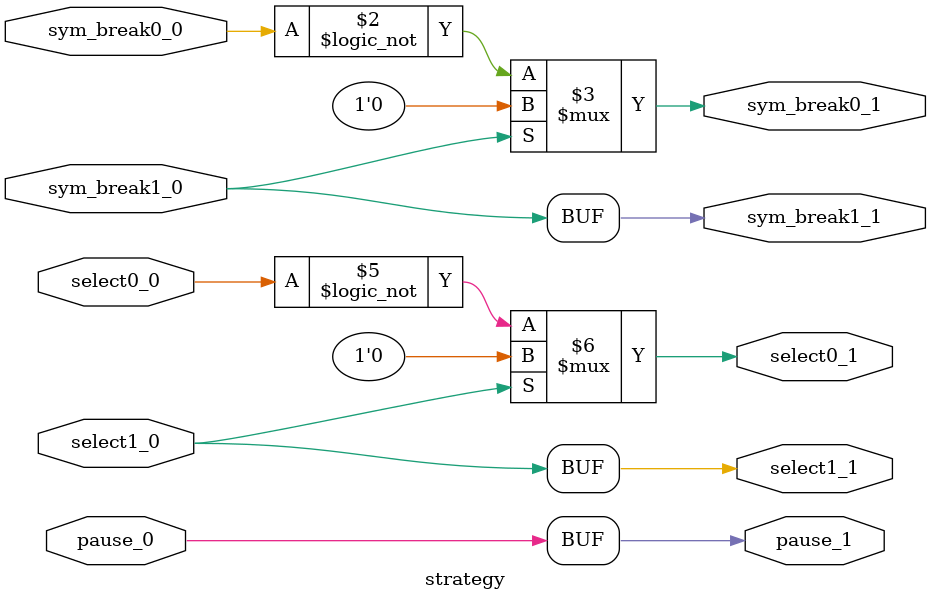
<source format=v>
module strategy(input sym_break0_0, input sym_break1_0, input select0_0, input select1_0, input pause_0, output sym_break0_1, output sym_break1_1, output select0_1, output select1_1, output pause_1);
    assign sym_break0_1 = (! sym_break1_0) ? (! sym_break0_0) : 1'b 0 ;
    assign sym_break1_1 = sym_break1_0;
    assign select0_1= (! select1_0) ? (! select0_0) : 1'b 0 ;
    assign select1_1 = select1_0;
    assign pause_1 = pause_0;
endmodule
</source>
